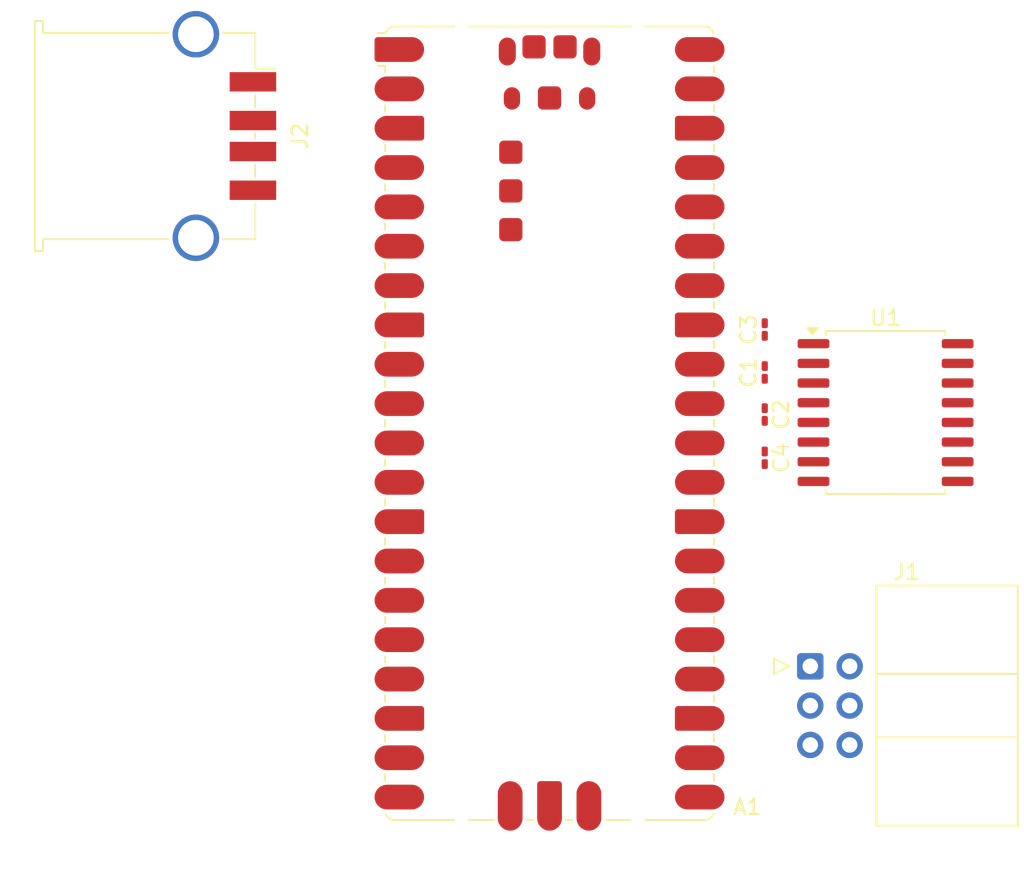
<source format=kicad_pcb>
(kicad_pcb (version 20241229) (generator "pcbnew") (generator_version "9.0")
  (layers (0 "F.Cu" signal) (2 "B.Cu" signal) (13 "F.Paste" user) (15 "B.Paste" user) (5 "F.SilkS" user "F.Silkscreen") (7 "B.SilkS" user "B.Silkscreen") (1 "F.Mask" user) (3 "B.Mask" user) (25 "Edge.Cuts" user))
  (net 0 "")
  (net 2 "+5V")
  (net 6 "USB_DM")
  (net 11 "GND")
  (net 14 "RUN")
  (net 30 "USB_DP")
  (net 31 "UART1_RX")
  (net 38 "UART1_TX")
  (net 40 "+3.3V")
  (net 42 "Net-(U1-C1+)")
  (net 43 "Net-(U1-C1-)")
  (net 44 "Net-(U1-C2-)")
  (net 45 "Net-(U1-C2+)")
  (net 46 "Net-(U1-VS+)")
  (net 47 "Net-(U1-VS-)")
  (net 50 "RT_RX")
  (net 51 "RT_TX")
  (footprint "Connector_IDC:IDC-Header_2x03_P2.54mm_Horizontal" (layer "F.Cu") (at 151.5285 101.341)
    (property "Reference" "J1" (at 6.215 -6.1 0) (layer "F.SilkS"))
    (property "Value" "RT MOUSE")
    (fp_line (start -2.35 -0.5) (end -2.35 0.5) (stroke (width 0.12)) (layer "F.SilkS"))
    (fp_line (start -2.35 0.5) (end -1.35 0) (stroke (width 0.12)) (layer "F.SilkS"))
    (fp_line (start -1.35 0) (end -2.35 -0.5) (stroke (width 0.12)) (layer "F.SilkS"))
    (fp_line (start 4.27 -5.21) (end 13.39 -5.21) (stroke (width 0.12)) (layer "F.SilkS"))
    (fp_line (start 4.27 0.49) (end 13.39 0.49) (stroke (width 0.12)) (layer "F.SilkS"))
    (fp_line (start 4.27 4.59) (end 13.39 4.59) (stroke (width 0.12)) (layer "F.SilkS"))
    (fp_line (start 4.27 10.29) (end 4.27 -5.21) (stroke (width 0.12)) (layer "F.SilkS"))
    (fp_line (start 13.39 -5.21) (end 13.39 10.29) (stroke (width 0.12)) (layer "F.SilkS"))
    (fp_line (start 13.39 10.29) (end 4.27 10.29) (stroke (width 0.12)) (layer "F.SilkS"))
    (pad "1" thru_hole roundrect (at 0 0) (size 1.7 1.7) (drill 1) (layers "*.Cu" "*.Mask") (roundrect_rratio 0.147059) (net 11 "GND"))
    (pad "2" thru_hole circle (at 2.54 0) (size 1.7 1.7) (drill 1) (layers "*.Cu" "*.Mask") (net 51 "RT_TX"))
    (pad "3" thru_hole circle (at 0 2.54) (size 1.7 1.7) (drill 1) (layers "*.Cu" "*.Mask"))
    (pad "4" thru_hole circle (at 2.54 2.54) (size 1.7 1.7) (drill 1) (layers "*.Cu" "*.Mask"))
    (pad "5" thru_hole circle (at 0 5.08) (size 1.7 1.7) (drill 1) (layers "*.Cu" "*.Mask") (net 2 "+5V"))
    (pad "6" thru_hole circle (at 2.54 5.08) (size 1.7 1.7) (drill 1) (layers "*.Cu" "*.Mask") (net 50 "RT_RX"))
  )
  (footprint "Connector_USB:USB_A_TE_292303-7_Horizontal" (layer "F.Cu") (at 109.19 67.112 -90)
    (property "Reference" "J2" (at 0 -9.42 90) (layer "F.SilkS"))
    (property "Value" "USB_A")
    (fp_line (start -7.43 7.69) (end 7.43 7.69) (stroke (width 0.12)) (layer "F.SilkS"))
    (fp_line (start 7.43 7.69) (end 7.43 7.17) (stroke (width 0.12)) (layer "F.SilkS"))
    (fp_line (start -7.43 7.17) (end -7.43 7.69) (stroke (width 0.12)) (layer "F.SilkS"))
    (fp_line (start -6.66 7.17) (end -7.43 7.17) (stroke (width 0.12)) (layer "F.SilkS"))
    (fp_line (start -6.66 7.17) (end -6.66 -0.94) (stroke (width 0.12)) (layer "F.SilkS"))
    (fp_line (start 7.43 7.17) (end 6.66 7.17) (stroke (width 0.12)) (layer "F.SilkS"))
    (fp_line (start 6.66 -0.94) (end 6.66 7.17) (stroke (width 0.12)) (layer "F.SilkS"))
    (fp_line (start -2.67 -6.52) (end -1.85 -6.52) (stroke (width 0.12)) (layer "F.SilkS"))
    (fp_line (start -0.17 -6.52) (end 0.17 -6.52) (stroke (width 0.12)) (layer "F.SilkS"))
    (fp_line (start 1.85 -6.52) (end 2.67 -6.52) (stroke (width 0.12)) (layer "F.SilkS"))
    (fp_line (start -6.66 -6.53) (end -6.66 -4.46) (stroke (width 0.12)) (layer "F.SilkS"))
    (fp_line (start -6.66 -6.53) (end -4.35 -6.53) (stroke (width 0.12)) (layer "F.SilkS"))
    (fp_line (start 4.35 -6.53) (end 6.66 -6.53) (stroke (width 0.12)) (layer "F.SilkS"))
    (fp_line (start 6.66 -6.53) (end 6.66 -4.46) (stroke (width 0.12)) (layer "F.SilkS"))
    (fp_line (start -4.35 -7.82) (end -4.35 -6.53) (stroke (width 0.12)) (layer "F.SilkS"))
    (pad "1" smd rect (at -3.5 -6.38 270) (size 1.25 3) (layers "F.Cu" "F.Mask" "F.Paste") (net 2 "+5V"))
    (pad "2" smd rect (at -1 -6.38 270) (size 1.25 3) (layers "F.Cu" "F.Mask" "F.Paste") (net 6 "USB_DM"))
    (pad "3" smd rect (at 1 -6.38 270) (size 1.25 3) (layers "F.Cu" "F.Mask" "F.Paste") (net 30 "USB_DP"))
    (pad "4" smd rect (at 3.5 -6.38 270) (size 1.25 3) (layers "F.Cu" "F.Mask" "F.Paste") (net 11 "GND"))
    (pad "5" thru_hole circle (at -6.57 -2.7 270) (size 3 3) (drill 2.3) (property pad_prop_heatsink) (layers "*.Cu" "*.Mask") (net 11 "GND"))
    (pad "5" thru_hole circle (at 6.57 -2.7 270) (size 3 3) (drill 2.3) (property pad_prop_heatsink) (layers "*.Cu" "*.Mask") (net 11 "GND"))
  )
  (footprint "Capacitor_SMD:C_0201_0603Metric_Pad0.64x0.40mm_HandSolder" (layer "F.Cu") (at 148.59 82.3715 90)
    (property "Reference" "C1" (at 0 -1.05 90) (layer "F.SilkS"))
    (property "Value" "100n")
    (pad "1" smd roundrect (at -0.4075 0 90) (size 0.635 0.4) (layers "F.Cu" "F.Mask") (net 42 "Net-(U1-C1+)"))
    (pad "2" smd roundrect (at 0.4075 0 90) (size 0.635 0.4) (layers "F.Cu" "F.Mask") (net 43 "Net-(U1-C1-)"))
  )
  (footprint "Capacitor_SMD:C_0201_0603Metric_Pad0.64x0.40mm_HandSolder" (layer "F.Cu") (at 148.59 87.884 -90)
    (property "Reference" "C4" (at 0 -1.05 90) (layer "F.SilkS"))
    (property "Value" "100n")
    (pad "1" smd roundrect (at -0.4075 0 270) (size 0.635 0.4) (layers "F.Cu" "F.Mask") (net 47 "Net-(U1-VS-)"))
    (pad "2" smd roundrect (at 0.4075 0 270) (size 0.635 0.4) (layers "F.Cu" "F.Mask") (net 11 "GND"))
  )
  (footprint "Module:RaspberryPi_Pico_SMD" (layer "F.Cu") (at 134.7065 85.656)
    (property "Reference" "A1" (at 11.7475 24.765 0) (layer "F.SilkS") (effects (justify left)))
    (property "Value" "RaspberryPi_Pico")
    (fp_line (start -10.61 -23.07) (end -11.09 -23.07) (stroke (width 0.12)) (layer "F.SilkS"))
    (fp_line (start -10.61 -23.07) (end -10.61 -22.65) (stroke (width 0.12)) (layer "F.SilkS"))
    (fp_line (start -10.61 -20.53) (end -10.61 -20.11) (stroke (width 0.12)) (layer "F.SilkS"))
    (fp_line (start -10.61 -17.99) (end -10.61 -17.57) (stroke (width 0.12)) (layer "F.SilkS"))
    (fp_line (start -10.61 -15.45) (end -10.61 -15.03) (stroke (width 0.12)) (layer "F.SilkS"))
    (fp_line (start -10.61 -12.91) (end -10.61 -12.49) (stroke (width 0.12)) (layer "F.SilkS"))
    (fp_line (start -10.61 -10.37) (end -10.61 -9.95) (stroke (width 0.12)) (layer "F.SilkS"))
    (fp_line (start -10.61 -7.83) (end -10.61 -7.41) (stroke (width 0.12)) (layer "F.SilkS"))
    (fp_line (start -10.61 -5.29) (end -10.61 -4.87) (stroke (width 0.12)) (layer "F.SilkS"))
    (fp_line (start -10.61 -2.75) (end -10.61 -2.33) (stroke (width 0.12)) (layer "F.SilkS"))
    (fp_line (start -10.61 -0.21) (end -10.61 0.21) (stroke (width 0.12)) (layer "F.SilkS"))
    (fp_line (start -10.61 2.33) (end -10.61 2.75) (stroke (width 0.12)) (layer "F.SilkS"))
    (fp_line (start -10.61 4.87) (end -10.61 5.29) (stroke (width 0.12)) (layer "F.SilkS"))
    (fp_line (start -10.61 7.41) (end -10.61 7.83) (stroke (width 0.12)) (layer "F.SilkS"))
    (fp_line (start -10.61 9.95) (end -10.61 10.37) (stroke (width 0.12)) (layer "F.SilkS"))
    (fp_line (start -10.61 12.49) (end -10.61 12.91) (stroke (width 0.12)) (layer "F.SilkS"))
    (fp_line (start -10.61 15.03) (end -10.61 15.45) (stroke (width 0.12)) (layer "F.SilkS"))
    (fp_line (start -10.61 17.57) (end -10.61 17.99) (stroke (width 0.12)) (layer "F.SilkS"))
    (fp_line (start -10.61 20.11) (end -10.61 20.53) (stroke (width 0.12)) (layer "F.SilkS"))
    (fp_line (start -10.61 22.65) (end -10.61 23.07) (stroke (width 0.12)) (layer "F.SilkS"))
    (fp_line (start -10.579676 -25.19) (end -11.09 -25.19) (stroke (width 0.12)) (layer "F.SilkS"))
    (fp_line (start -10 -25.61) (end -7.51 -25.61) (stroke (width 0.12)) (layer "F.SilkS"))
    (fp_line (start -10 25.61) (end -6.162061 25.61) (stroke (width 0.12)) (layer "F.SilkS"))
    (fp_line (start -7.51 -25.61) (end -6.16206 -25.61) (stroke (width 0.12)) (layer "F.SilkS"))
    (fp_line (start -5.237939 -25.61) (end -4.235 -25.61) (stroke (width 0.12)) (layer "F.SilkS"))
    (fp_line (start -4.235 -25.61) (end 4.235 -25.61) (stroke (width 0.12)) (layer "F.SilkS"))
    (fp_line (start -3.6 25.61) (end -5.237939 25.61) (stroke (width 0.12)) (layer "F.SilkS"))
    (fp_line (start -1.48 25.61) (end -1.06 25.61) (stroke (width 0.12)) (layer "F.SilkS"))
    (fp_line (start 1.06 25.61) (end 1.48 25.61) (stroke (width 0.12)) (layer "F.SilkS"))
    (fp_line (start 4.235 -25.61) (end 5.237939 -25.61) (stroke (width 0.12)) (layer "F.SilkS"))
    (fp_line (start 5.237939 25.61) (end 3.6 25.61) (stroke (width 0.12)) (layer "F.SilkS"))
    (fp_line (start 6.162061 -25.61) (end 7.51 -25.61) (stroke (width 0.12)) (layer "F.SilkS"))
    (fp_line (start 6.162061 25.61) (end 10 25.61) (stroke (width 0.12)) (layer "F.SilkS"))
    (fp_line (start 10 -25.61) (end 7.51 -25.61) (stroke (width 0.12)) (layer "F.SilkS"))
    (fp_line (start 10.61 -23.07) (end 10.61 -22.65) (stroke (width 0.12)) (layer "F.SilkS"))
    (fp_line (start 10.61 -20.53) (end 10.61 -20.11) (stroke (width 0.12)) (layer "F.SilkS"))
    (fp_line (start 10.61 -17.99) (end 10.61 -17.57) (stroke (width 0.12)) (layer "F.SilkS"))
    (fp_line (start 10.61 -15.45) (end 10.61 -15.03) (stroke (width 0.12)) (layer "F.SilkS"))
    (fp_line (start 10.61 -12.91) (end 10.61 -12.49) (stroke (width 0.12)) (layer "F.SilkS"))
    (fp_line (start 10.61 -10.37) (end 10.61 -9.95) (stroke (width 0.12)) (layer "F.SilkS"))
    (fp_line (start 10.61 -7.83) (end 10.61 -7.41) (stroke (width 0.12)) (layer "F.SilkS"))
    (fp_line (start 10.61 -5.29) (end 10.61 -4.87) (stroke (width 0.12)) (layer "F.SilkS"))
    (fp_line (start 10.61 -2.75) (end 10.61 -2.33) (stroke (width 0.12)) (layer "F.SilkS"))
    (fp_line (start 10.61 -0.21) (end 10.61 0.21) (stroke (width 0.12)) (layer "F.SilkS"))
    (fp_line (start 10.61 2.33) (end 10.61 2.75) (stroke (width 0.12)) (layer "F.SilkS"))
    (fp_line (start 10.61 4.87) (end 10.61 5.29) (stroke (width 0.12)) (layer "F.SilkS"))
    (fp_line (start 10.61 7.41) (end 10.61 7.83) (stroke (width 0.12)) (layer "F.SilkS"))
    (fp_line (start 10.61 9.95) (end 10.61 10.37) (stroke (width 0.12)) (layer "F.SilkS"))
    (fp_line (start 10.61 12.49) (end 10.61 12.91) (stroke (width 0.12)) (layer "F.SilkS"))
    (fp_line (start 10.61 15.03) (end 10.61 15.45) (stroke (width 0.12)) (layer "F.SilkS"))
    (fp_line (start 10.61 17.57) (end 10.61 17.99) (stroke (width 0.12)) (layer "F.SilkS"))
    (fp_line (start 10.61 20.11) (end 10.61 20.53) (stroke (width 0.12)) (layer "F.SilkS"))
    (fp_line (start 10.61 22.65) (end 10.61 23.07) (stroke (width 0.12)) (layer "F.SilkS"))
    (fp_arc (start -10.579676 -25.19) (mid -10.357938 -25.493944) (end -10 -25.61) (stroke (width 0.12)) (layer "F.SilkS"))
    (fp_arc (start -10 25.61) (mid -10.357937 25.493944) (end -10.579676 25.189937) (stroke (width 0.12)) (layer "F.SilkS"))
    (fp_arc (start 10 -25.61) (mid 10.357937 -25.493944) (end 10.579676 -25.189937) (stroke (width 0.12)) (layer "F.SilkS"))
    (fp_arc (start 10.579676 25.189937) (mid 10.357958 25.493991) (end 10 25.61) (stroke (width 0.12)) (layer "F.SilkS"))
    (pad "" smd rect (at -8.89 -24.13) (size 3.8 2.2) (drill (offset -0.8 0)) (layers "F.Paste"))
    (pad "" smd rect (at -8.89 -21.59) (size 3.8 2.2) (drill (offset -0.8 0)) (layers "F.Paste"))
    (pad "" smd rect (at -8.89 -19.05) (size 3.8 2.2) (drill (offset -0.8 0)) (layers "F.Paste"))
    (pad "" smd rect (at -8.89 -16.51) (size 3.8 2.2) (drill (offset -0.8 0)) (layers "F.Paste"))
    (pad "" smd rect (at -8.89 -13.97) (size 3.8 2.2) (drill (offset -0.8 0)) (layers "F.Paste"))
    (pad "" smd rect (at -8.89 -11.43) (size 3.8 2.2) (drill (offset -0.8 0)) (layers "F.Paste"))
    (pad "" smd rect (at -8.89 -8.89) (size 3.8 2.2) (drill (offset -0.8 0)) (layers "F.Paste"))
    (pad "" smd rect (at -8.89 -6.35) (size 3.8 2.2) (drill (offset -0.8 0)) (layers "F.Paste"))
    (pad "" smd rect (at -8.89 -3.81) (size 3.8 2.2) (drill (offset -0.8 0)) (layers "F.Paste"))
    (pad "" smd rect (at -8.89 -1.27) (size 3.8 2.2) (drill (offset -0.8 0)) (layers "F.Paste"))
    (pad "" smd rect (at -8.89 1.27) (size 3.8 2.2) (drill (offset -0.8 0)) (layers "F.Paste"))
    (pad "" smd rect (at -8.89 3.81) (size 3.8 2.2) (drill (offset -0.8 0)) (layers "F.Paste"))
    (pad "" smd rect (at -8.89 6.35) (size 3.8 2.2) (drill (offset -0.8 0)) (layers "F.Paste"))
    (pad "" smd rect (at -8.89 8.89) (size 3.8 2.2) (drill (offset -0.8 0)) (layers "F.Paste"))
    (pad "" smd rect (at -8.89 11.43) (size 3.8 2.2) (drill (offset -0.8 0)) (layers "F.Paste"))
    (pad "" smd rect (at -8.89 13.97) (size 3.8 2.2) (drill (offset -0.8 0)) (layers "F.Paste"))
    (pad "" smd rect (at -8.89 16.51) (size 3.8 2.2) (drill (offset -0.8 0)) (layers "F.Paste"))
    (pad "" smd rect (at -8.89 19.05) (size 3.8 2.2) (drill (offset -0.8 0)) (layers "F.Paste"))
    (pad "" smd rect (at -8.89 21.59) (size 3.8 2.2) (drill (offset -0.8 0)) (layers "F.Paste"))
    (pad "" smd rect (at -8.89 24.13) (size 3.8 2.2) (drill (offset -0.8 0)) (layers "F.Paste"))
    (pad "" smd oval (at -2.725 -24) (size 1.1 1.8) (layers "F.Cu" "F.Mask" "F.Paste"))
    (pad "" smd rect (at -2.54 23.9) (size 2.2 3.8) (drill (offset 0 0.8)) (layers "F.Paste"))
    (pad "" smd oval (at -2.425 -20.97) (size 1.05 1.45) (layers "F.Cu" "F.Mask" "F.Paste"))
    (pad "" smd rect (at 0 23.9) (size 2.2 3.8) (drill (offset 0 0.8)) (layers "F.Paste"))
    (pad "" smd oval (at 2.425 -20.97) (size 1.05 1.45) (layers "F.Cu" "F.Mask" "F.Paste"))
    (pad "" smd rect (at 2.54 23.9) (size 2.2 3.8) (drill (offset 0 0.8)) (layers "F.Paste"))
    (pad "" smd oval (at 2.725 -24) (size 1.1 1.8) (layers "F.Cu" "F.Mask" "F.Paste"))
    (pad "" smd rect (at 8.89 -24.13) (size 3.8 2.2) (drill (offset 0.8 0)) (layers "F.Paste"))
    (pad "" smd rect (at 8.89 -21.59) (size 3.8 2.2) (drill (offset 0.8 0)) (layers "F.Paste"))
    (pad "" smd rect (at 8.89 -19.05) (size 3.8 2.2) (drill (offset 0.8 0)) (layers "F.Paste"))
    (pad "" smd rect (at 8.89 -16.51) (size 3.8 2.2) (drill (offset 0.8 0)) (layers "F.Paste"))
    (pad "" smd rect (at 8.89 -13.97) (size 3.8 2.2) (drill (offset 0.8 0)) (layers "F.Paste"))
    (pad "" smd rect (at 8.89 -11.43) (size 3.8 2.2) (drill (offset 0.8 0)) (layers "F.Paste"))
    (pad "" smd rect (at 8.89 -8.89) (size 3.8 2.2) (drill (offset 0.8 0)) (layers "F.Paste"))
    (pad "" smd rect (at 8.89 -6.35) (size 3.8 2.2) (drill (offset 0.8 0)) (layers "F.Paste"))
    (pad "" smd rect (at 8.89 -3.81) (size 3.8 2.2) (drill (offset 0.8 0)) (layers "F.Paste"))
    (pad "" smd rect (at 8.89 -1.27) (size 3.8 2.2) (drill (offset 0.8 0)) (layers "F.Paste"))
    (pad "" smd rect (at 8.89 1.27) (size 3.8 2.2) (drill (offset 0.8 0)) (layers "F.Paste"))
    (pad "" smd rect (at 8.89 3.81) (size 3.8 2.2) (drill (offset 0.8 0)) (layers "F.Paste"))
    (pad "" smd rect (at 8.89 6.35) (size 3.8 2.2) (drill (offset 0.8 0)) (layers "F.Paste"))
    (pad "" smd rect (at 8.89 8.89) (size 3.8 2.2) (drill (offset 0.8 0)) (layers "F.Paste"))
    (pad "" smd rect (at 8.89 11.43) (size 3.8 2.2) (drill (offset 0.8 0)) (layers "F.Paste"))
    (pad "" smd rect (at 8.89 13.97) (size 3.8 2.2) (drill (offset 0.8 0)) (layers "F.Paste"))
    (pad "" smd rect (at 8.89 16.51) (size 3.8 2.2) (drill (offset 0.8 0)) (layers "F.Paste"))
    (pad "" smd rect (at 8.89 19.05) (size 3.8 2.2) (drill (offset 0.8 0)) (layers "F.Paste"))
    (pad "" smd rect (at 8.89 21.59) (size 3.8 2.2) (drill (offset 0.8 0)) (layers "F.Paste"))
    (pad "" smd rect (at 8.89 24.13) (size 3.8 2.2) (drill (offset 0.8 0)) (layers "F.Paste"))
    (pad "1" smd custom (at -9.69 -24.13) (size 1.6 0.8) (layers "F.Cu" "F.Mask") (options (clearance outline) (anchor rect)) (primitives (gr_circle (center 0.8 0) (end 1.6 0) (width 0) (fill yes)) (gr_poly (pts (xy -1.6 -0.6) (xy -1.6 0.6) (xy -1.4 0.8) (xy 0.8 0.8) (xy 0.8 -0.8) (xy -1.4 -0.8)) (width 0) (fill yes)) (gr_circle (center -1.4 -0.6) (end -1.2 -0.6) (width 0) (fill yes)) (gr_circle (center -1.4 0.6) (end -1.2 0.6) (width 0) (fill yes))))
    (pad "2" smd roundrect (at -9.69 -21.59) (size 3.2 1.6) (layers "F.Cu" "F.Mask") (roundrect_rratio 0.5))
    (pad "3" smd custom (at -9.69 -19.05) (size 1.6 0.8) (layers "F.Cu" "F.Mask") (net 11 "GND") (options (clearance outline) (anchor rect)) (primitives (gr_circle (center -0.8 0) (end 0 0) (width 0) (fill yes)) (gr_poly (pts (xy 1.6 -0.6) (xy 1.6 0.6) (xy 1.4 0.8) (xy -0.8 0.8) (xy -0.8 -0.8) (xy 1.4 -0.8)) (width 0) (fill yes)) (gr_circle (center 1.4 -0.6) (end 1.6 -0.6) (width 0) (fill yes)) (gr_circle (center 1.4 0.6) (end 1.6 0.6) (width 0) (fill yes))))
    (pad "4" smd roundrect (at -9.69 -16.51) (size 3.2 1.6) (layers "F.Cu" "F.Mask") (roundrect_rratio 0.5))
    (pad "5" smd roundrect (at -9.69 -13.97) (size 3.2 1.6) (layers "F.Cu" "F.Mask") (roundrect_rratio 0.5))
    (pad "6" smd roundrect (at -9.69 -11.43) (size 3.2 1.6) (layers "F.Cu" "F.Mask") (roundrect_rratio 0.5))
    (pad "7" smd roundrect (at -9.69 -8.89) (size 3.2 1.6) (layers "F.Cu" "F.Mask") (roundrect_rratio 0.5))
    (pad "8" smd custom (at -9.69 -6.35) (size 1.6 0.8) (layers "F.Cu" "F.Mask") (net 11 "GND") (options (clearance outline) (anchor rect)) (primitives (gr_circle (center -0.8 0) (end 0 0) (width 0) (fill yes)) (gr_poly (pts (xy 1.6 -0.6) (xy 1.6 0.6) (xy 1.4 0.8) (xy -0.8 0.8) (xy -0.8 -0.8) (xy 1.4 -0.8)) (width 0) (fill yes)) (gr_circle (center 1.4 -0.6) (end 1.6 -0.6) (width 0) (fill yes)) (gr_circle (center 1.4 0.6) (end 1.6 0.6) (width 0) (fill yes))))
    (pad "9" smd roundrect (at -9.69 -3.81) (size 3.2 1.6) (layers "F.Cu" "F.Mask") (roundrect_rratio 0.5))
    (pad "10" smd roundrect (at -9.69 -1.27) (size 3.2 1.6) (layers "F.Cu" "F.Mask") (roundrect_rratio 0.5))
    (pad "11" smd roundrect (at -9.69 1.27) (size 3.2 1.6) (layers "F.Cu" "F.Mask") (roundrect_rratio 0.5) (net 38 "UART1_TX"))
    (pad "12" smd roundrect (at -9.69 3.81) (size 3.2 1.6) (layers "F.Cu" "F.Mask") (roundrect_rratio 0.5) (net 31 "UART1_RX"))
    (pad "13" smd custom (at -9.69 6.35) (size 1.6 0.8) (layers "F.Cu" "F.Mask") (net 11 "GND") (options (clearance outline) (anchor rect)) (primitives (gr_circle (center -0.8 0) (end 0 0) (width 0) (fill yes)) (gr_poly (pts (xy 1.6 -0.6) (xy 1.6 0.6) (xy 1.4 0.8) (xy -0.8 0.8) (xy -0.8 -0.8) (xy 1.4 -0.8)) (width 0) (fill yes)) (gr_circle (center 1.4 -0.6) (end 1.6 -0.6) (width 0) (fill yes)) (gr_circle (center 1.4 0.6) (end 1.6 0.6) (width 0) (fill yes))))
    (pad "14" smd roundrect (at -9.69 8.89) (size 3.2 1.6) (layers "F.Cu" "F.Mask") (roundrect_rratio 0.5))
    (pad "15" smd roundrect (at -9.69 11.43) (size 3.2 1.6) (layers "F.Cu" "F.Mask") (roundrect_rratio 0.5))
    (pad "16" smd roundrect (at -9.69 13.97) (size 3.2 1.6) (layers "F.Cu" "F.Mask") (roundrect_rratio 0.5))
    (pad "17" smd roundrect (at -9.69 16.51) (size 3.2 1.6) (layers "F.Cu" "F.Mask") (roundrect_rratio 0.5))
    (pad "18" smd custom (at -9.69 19.05) (size 1.6 0.8) (layers "F.Cu" "F.Mask") (net 11 "GND") (options (clearance outline) (anchor rect)) (primitives (gr_circle (center -0.8 0) (end 0 0) (width 0) (fill yes)) (gr_poly (pts (xy 1.6 -0.6) (xy 1.6 0.6) (xy 1.4 0.8) (xy -0.8 0.8) (xy -0.8 -0.8) (xy 1.4 -0.8)) (width 0) (fill yes)) (gr_circle (center 1.4 -0.6) (end 1.6 -0.6) (width 0) (fill yes)) (gr_circle (center 1.4 0.6) (end 1.6 0.6) (width 0) (fill yes))))
    (pad "19" smd roundrect (at -9.69 21.59) (size 3.2 1.6) (layers "F.Cu" "F.Mask") (roundrect_rratio 0.5))
    (pad "20" smd roundrect (at -9.69 24.13) (size 3.2 1.6) (layers "F.Cu" "F.Mask") (roundrect_rratio 0.5))
    (pad "21" smd roundrect (at 9.69 24.13) (size 3.2 1.6) (layers "F.Cu" "F.Mask") (roundrect_rratio 0.5))
    (pad "22" smd roundrect (at 9.69 21.59) (size 3.2 1.6) (layers "F.Cu" "F.Mask") (roundrect_rratio 0.5))
    (pad "23" smd custom (at 9.69 19.05) (size 1.6 0.8) (layers "F.Cu" "F.Mask") (net 11 "GND") (options (clearance outline) (anchor rect)) (primitives (gr_circle (center 0.8 0) (end 1.6 0) (width 0) (fill yes)) (gr_poly (pts (xy -1.6 -0.6) (xy -1.6 0.6) (xy -1.4 0.8) (xy 0.8 0.8) (xy 0.8 -0.8) (xy -1.4 -0.8)) (width 0) (fill yes)) (gr_circle (center -1.4 -0.6) (end -1.2 -0.6) (width 0) (fill yes)) (gr_circle (center -1.4 0.6) (end -1.2 0.6) (width 0) (fill yes))))
    (pad "24" smd roundrect (at 9.69 16.51) (size 3.2 1.6) (layers "F.Cu" "F.Mask") (roundrect_rratio 0.5))
    (pad "25" smd roundrect (at 9.69 13.97) (size 3.2 1.6) (layers "F.Cu" "F.Mask") (roundrect_rratio 0.5))
    (pad "26" smd roundrect (at 9.69 11.43) (size 3.2 1.6) (layers "F.Cu" "F.Mask") (roundrect_rratio 0.5))
    (pad "27" smd roundrect (at 9.69 8.89) (size 3.2 1.6) (layers "F.Cu" "F.Mask") (roundrect_rratio 0.5))
    (pad "28" smd custom (at 9.69 6.35) (size 1.6 0.8) (layers "F.Cu" "F.Mask") (net 11 "GND") (options (clearance outline) (anchor rect)) (primitives (gr_circle (center 0.8 0) (end 1.6 0) (width 0) (fill yes)) (gr_poly (pts (xy -1.6 -0.6) (xy -1.6 0.6) (xy -1.4 0.8) (xy 0.8 0.8) (xy 0.8 -0.8) (xy -1.4 -0.8)) (width 0) (fill yes)) (gr_circle (center -1.4 -0.6) (end -1.2 -0.6) (width 0) (fill yes)) (gr_circle (center -1.4 0.6) (end -1.2 0.6) (width 0) (fill yes))))
    (pad "29" smd roundrect (at 9.69 3.81) (size 3.2 1.6) (layers "F.Cu" "F.Mask") (roundrect_rratio 0.5))
    (pad "30" smd roundrect (at 9.69 1.27) (size 3.2 1.6) (layers "F.Cu" "F.Mask") (roundrect_rratio 0.5) (net 14 "RUN"))
    (pad "31" smd roundrect (at 9.69 -1.27) (size 3.2 1.6) (layers "F.Cu" "F.Mask") (roundrect_rratio 0.5))
    (pad "32" smd roundrect (at 9.69 -3.81) (size 3.2 1.6) (layers "F.Cu" "F.Mask") (roundrect_rratio 0.5))
    (pad "33" smd custom (at 9.69 -6.35) (size 1.6 0.8) (layers "F.Cu" "F.Mask") (options (clearance outline) (anchor rect)) (primitives (gr_circle (center 0.8 0) (end 1.6 0) (width 0) (fill yes)) (gr_poly (pts (xy -1.6 -0.6) (xy -1.6 0.6) (xy -1.4 0.8) (xy 0.8 0.8) (xy 0.8 -0.8) (xy -1.4 -0.8)) (width 0) (fill yes)) (gr_circle (center -1.4 -0.6) (end -1.2 -0.6) (width 0) (fill yes)) (gr_circle (center -1.4 0.6) (end -1.2 0.6) (width 0) (fill yes))))
    (pad "34" smd roundrect (at 9.69 -8.89) (size 3.2 1.6) (layers "F.Cu" "F.Mask") (roundrect_rratio 0.5))
    (pad "35" smd roundrect (at 9.69 -11.43) (size 3.2 1.6) (layers "F.Cu" "F.Mask") (roundrect_rratio 0.5))
    (pad "36" smd roundrect (at 9.69 -13.97) (size 3.2 1.6) (layers "F.Cu" "F.Mask") (roundrect_rratio 0.5) (net 40 "+3.3V"))
    (pad "37" smd roundrect (at 9.69 -16.51) (size 3.2 1.6) (layers "F.Cu" "F.Mask") (roundrect_rratio 0.5))
    (pad "38" smd custom (at 9.69 -19.05) (size 1.6 0.8) (layers "F.Cu" "F.Mask") (net 11 "GND") (options (clearance outline) (anchor rect)) (primitives (gr_circle (center 0.8 0) (end 1.6 0) (width 0) (fill yes)) (gr_poly (pts (xy -1.6 -0.6) (xy -1.6 0.6) (xy -1.4 0.8) (xy 0.8 0.8) (xy 0.8 -0.8) (xy -1.4 -0.8)) (width 0) (fill yes)) (gr_circle (center -1.4 -0.6) (end -1.2 -0.6) (width 0) (fill yes)) (gr_circle (center -1.4 0.6) (end -1.2 0.6) (width 0) (fill yes))))
    (pad "39" smd roundrect (at 9.69 -21.59) (size 3.2 1.6) (layers "F.Cu" "F.Mask") (roundrect_rratio 0.5) (net 2 "+5V"))
    (pad "40" smd roundrect (at 9.69 -24.13) (size 3.2 1.6) (layers "F.Cu" "F.Mask") (roundrect_rratio 0.5))
    (pad "D1" smd roundrect (at -2.54 23.9 90) (size 3.2 1.6) (drill (offset -0.8 0)) (layers "F.Cu" "F.Mask") (roundrect_rratio 0.5))
    (pad "D2" smd custom (at 0 23.9 270) (size 1.6 1.6) (layers "F.Cu" "F.Mask") (net 11 "GND") (options (clearance outline) (anchor circle)) (primitives (gr_poly (pts (xy -0.8 -0.6) (xy -0.8 0.6) (xy -0.6 0.8) (xy 1.6 0.8) (xy 1.6 -0.8) (xy -0.6 -0.8)) (width 0) (fill yes)) (gr_circle (center -0.6 0.6) (end -0.4 0.6) (width 0) (fill yes)) (gr_circle (center -0.6 -0.6) (end -0.4 -0.6) (width 0) (fill yes)) (gr_circle (center 1.6 0) (end 2.4 0) (width 0) (fill yes))))
    (pad "D3" smd roundrect (at 2.54 23.9 90) (size 3.2 1.6) (drill (offset -0.8 0)) (layers "F.Cu" "F.Mask") (roundrect_rratio 0.5))
    (pad "TP1" smd roundrect (at 0 -21) (size 1.5 1.5) (layers "F.Cu" "F.Mask" "F.Paste") (roundrect_rratio 0.2) (net 11 "GND"))
    (pad "TP2" smd roundrect (at 1 -24.3) (size 1.5 1.5) (layers "F.Cu" "F.Mask" "F.Paste") (roundrect_rratio 0.2) (net 6 "USB_DM"))
    (pad "TP3" smd roundrect (at -1 -24.3) (size 1.5 1.5) (layers "F.Cu" "F.Mask" "F.Paste") (roundrect_rratio 0.2) (net 30 "USB_DP"))
    (pad "TP4" smd roundrect (at -2.5 -17.5) (size 1.5 1.5) (layers "F.Cu" "F.Mask" "F.Paste") (roundrect_rratio 0.2))
    (pad "TP5" smd roundrect (at -2.5 -15) (size 1.5 1.5) (layers "F.Cu" "F.Mask" "F.Paste") (roundrect_rratio 0.2))
    (pad "TP6" smd roundrect (at -2.5 -12.5) (size 1.5 1.5) (layers "F.Cu" "F.Mask" "F.Paste") (roundrect_rratio 0.2))
  )
  (footprint "Package_SO:SOIC-16W_7.5x10.3mm_P1.27mm" (layer "F.Cu") (at 156.386 84.963)
    (property "Reference" "U1" (at 0 -6.1 0) (layer "F.SilkS"))
    (property "Value" "MAX3232")
    (fp_line (start -3.86 -5.26) (end -3.86 -5.005) (stroke (width 0.12)) (layer "F.SilkS"))
    (fp_line (start -3.86 5.26) (end -3.86 5.005) (stroke (width 0.12)) (layer "F.SilkS"))
    (fp_line (start 0 -5.26) (end -3.86 -5.26) (stroke (width 0.12)) (layer "F.SilkS"))
    (fp_line (start 0 -5.26) (end 3.86 -5.26) (stroke (width 0.12)) (layer "F.SilkS"))
    (fp_line (start 0 5.26) (end -3.86 5.26) (stroke (width 0.12)) (layer "F.SilkS"))
    (fp_line (start 0 5.26) (end 3.86 5.26) (stroke (width 0.12)) (layer "F.SilkS"))
    (fp_line (start 3.86 -5.26) (end 3.86 -5.005) (stroke (width 0.12)) (layer "F.SilkS"))
    (fp_line (start 3.86 5.26) (end 3.86 5.005) (stroke (width 0.12)) (layer "F.SilkS"))
    (fp_poly (pts (xy -4.7125 -5.005) (xy -5.0525 -5.475) (xy -4.3725 -5.475)) (stroke (width 0.12)) (fill yes) (layer "F.SilkS"))
    (pad "1" smd roundrect (at -4.65 -4.445) (size 2.05 0.6) (layers "F.Cu" "F.Mask" "F.Paste") (net 42 "Net-(U1-C1+)"))
    (pad "2" smd roundrect (at -4.65 -3.175) (size 2.05 0.6) (layers "F.Cu" "F.Mask" "F.Paste") (net 46 "Net-(U1-VS+)"))
    (pad "3" smd roundrect (at -4.65 -1.905) (size 2.05 0.6) (layers "F.Cu" "F.Mask" "F.Paste") (net 43 "Net-(U1-C1-)"))
    (pad "4" smd roundrect (at -4.65 -0.635) (size 2.05 0.6) (layers "F.Cu" "F.Mask" "F.Paste") (net 45 "Net-(U1-C2+)"))
    (pad "5" smd roundrect (at -4.65 0.635) (size 2.05 0.6) (layers "F.Cu" "F.Mask" "F.Paste") (net 44 "Net-(U1-C2-)"))
    (pad "6" smd roundrect (at -4.65 1.905) (size 2.05 0.6) (layers "F.Cu" "F.Mask" "F.Paste") (net 47 "Net-(U1-VS-)"))
    (pad "7" smd roundrect (at -4.65 3.175) (size 2.05 0.6) (layers "F.Cu" "F.Mask" "F.Paste"))
    (pad "8" smd roundrect (at -4.65 4.445) (size 2.05 0.6) (layers "F.Cu" "F.Mask" "F.Paste") (net 11 "GND"))
    (pad "9" smd roundrect (at 4.65 4.445) (size 2.05 0.6) (layers "F.Cu" "F.Mask" "F.Paste"))
    (pad "10" smd roundrect (at 4.65 3.175) (size 2.05 0.6) (layers "F.Cu" "F.Mask" "F.Paste") (net 11 "GND"))
    (pad "11" smd roundrect (at 4.65 1.905) (size 2.05 0.6) (layers "F.Cu" "F.Mask" "F.Paste") (net 38 "UART1_TX"))
    (pad "12" smd roundrect (at 4.65 0.635) (size 2.05 0.6) (layers "F.Cu" "F.Mask" "F.Paste") (net 31 "UART1_RX"))
    (pad "13" smd roundrect (at 4.65 -0.635) (size 2.05 0.6) (layers "F.Cu" "F.Mask" "F.Paste") (net 51 "RT_TX"))
    (pad "14" smd roundrect (at 4.65 -1.905) (size 2.05 0.6) (layers "F.Cu" "F.Mask" "F.Paste") (net 50 "RT_RX"))
    (pad "15" smd roundrect (at 4.65 -3.175) (size 2.05 0.6) (layers "F.Cu" "F.Mask" "F.Paste") (net 11 "GND"))
    (pad "16" smd roundrect (at 4.65 -4.445) (size 2.05 0.6) (layers "F.Cu" "F.Mask" "F.Paste") (net 40 "+3.3V"))
  )
  (footprint "Capacitor_SMD:C_0201_0603Metric_Pad0.64x0.40mm_HandSolder" (layer "F.Cu") (at 148.59 79.6025 90)
    (property "Reference" "C3" (at 0 -1.05 90) (layer "F.SilkS"))
    (property "Value" "100n")
    (pad "1" smd roundrect (at -0.4075 0 90) (size 0.635 0.4) (layers "F.Cu" "F.Mask") (net 46 "Net-(U1-VS+)"))
    (pad "2" smd roundrect (at 0.4075 0 90) (size 0.635 0.4) (layers "F.Cu" "F.Mask") (net 11 "GND"))
  )
  (footprint "Capacitor_SMD:C_0201_0603Metric_Pad0.64x0.40mm_HandSolder" (layer "F.Cu") (at 148.59 85.09 -90)
    (property "Reference" "C2" (at 0 -1.05 90) (layer "F.SilkS"))
    (property "Value" "100n")
    (pad "1" smd roundrect (at -0.4075 0 270) (size 0.635 0.4) (layers "F.Cu" "F.Mask") (net 45 "Net-(U1-C2+)"))
    (pad "2" smd roundrect (at 0.4075 0 270) (size 0.635 0.4) (layers "F.Cu" "F.Mask") (net 44 "Net-(U1-C2-)"))
  )
)
</source>
